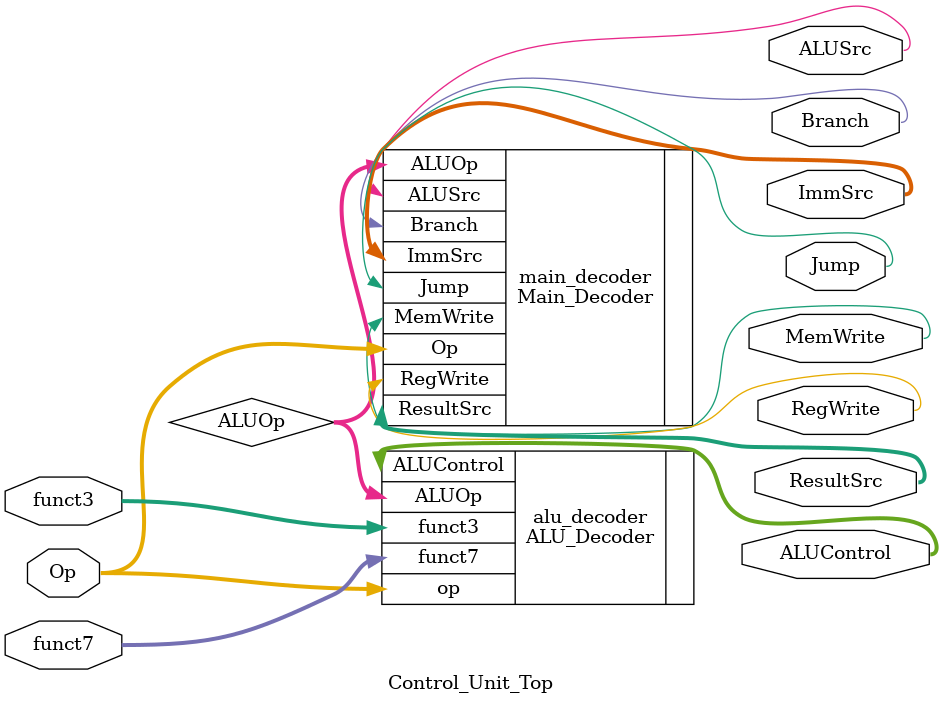
<source format=v>
module Control_Unit_Top(
    input  [6:0] Op,
    input  [2:0] funct3,
    input  [6:0] funct7,
    output       RegWrite,
    output [2:0] ImmSrc,
    output       ALUSrc,
    output       MemWrite,
    output [1:0] ResultSrc,
    output       Branch,
    output       Jump,
    output [2:0] ALUControl
);
    wire [1:0] ALUOp;

    Main_Decoder main_decoder(
        .Op(Op),
        .RegWrite(RegWrite),
        .ImmSrc(ImmSrc),
        .ALUSrc(ALUSrc),
        .MemWrite(MemWrite),
        .ResultSrc(ResultSrc),
        .Branch(Branch),
        .Jump(Jump),
        .ALUOp(ALUOp)
    );

    ALU_Decoder alu_decoder(
        .ALUOp(ALUOp),
        .funct3(funct3),
        .funct7(funct7),
        .op(Op),
        .ALUControl(ALUControl)
    );
endmodule

</source>
